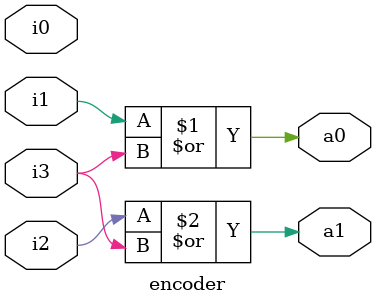
<source format=v>
module encoder(input i0,i1,i2,i3, output a0,a1);
assign a0= i1|i3;
assign a1=i2|i3;
endmodule

</source>
